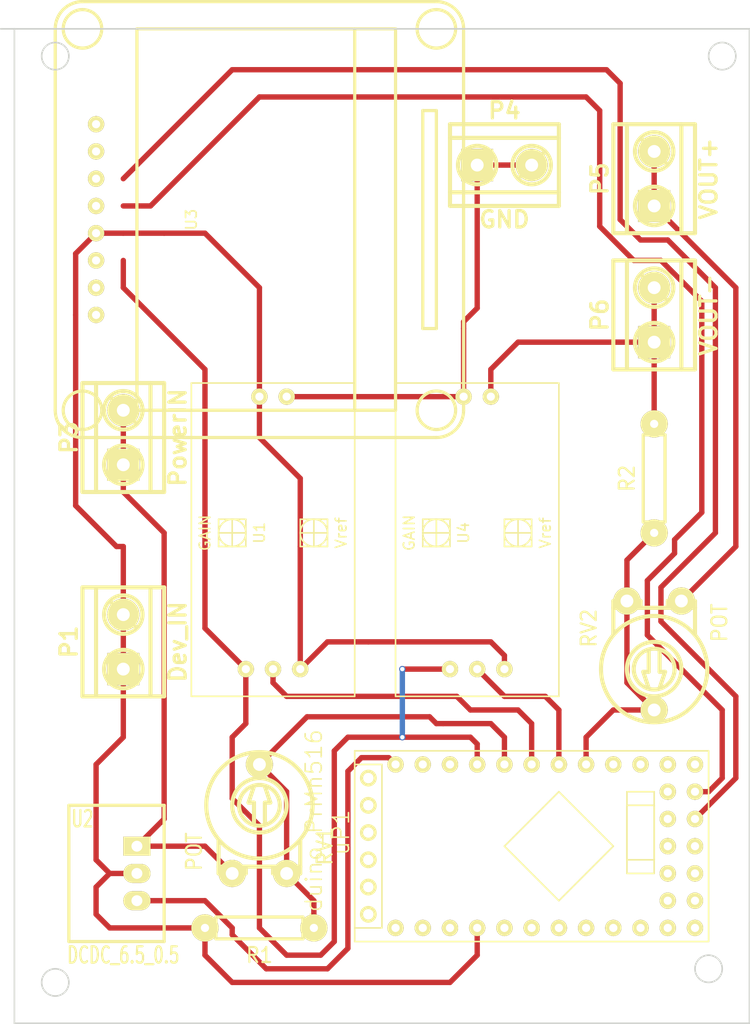
<source format=kicad_pcb>
(kicad_pcb (version 4) (host pcbnew 4.0.2+e4-6225~38~ubuntu14.04.1-stable)

  (general
    (links 32)
    (no_connects 13)
    (area 78.664999 64.694999 148.665001 157.555001)
    (thickness 1.6)
    (drawings 8)
    (tracks 153)
    (zones 0)
    (modules 14)
    (nets 13)
  )

  (page A4)
  (layers
    (0 F.Cu signal)
    (31 B.Cu signal)
    (32 B.Adhes user)
    (33 F.Adhes user)
    (34 B.Paste user)
    (35 F.Paste user)
    (36 B.SilkS user)
    (37 F.SilkS user)
    (38 B.Mask user)
    (39 F.Mask user)
    (40 Dwgs.User user)
    (41 Cmts.User user)
    (42 Eco1.User user)
    (43 Eco2.User user)
    (44 Edge.Cuts user)
    (45 Margin user)
    (46 B.CrtYd user)
    (47 F.CrtYd user)
    (48 B.Fab user)
    (49 F.Fab user)
  )

  (setup
    (last_trace_width 0.25)
    (trace_clearance 0.2)
    (zone_clearance 0.508)
    (zone_45_only no)
    (trace_min 0.2)
    (segment_width 0.2)
    (edge_width 0.15)
    (via_size 0.6)
    (via_drill 0.4)
    (via_min_size 0.4)
    (via_min_drill 0.3)
    (uvia_size 0.3)
    (uvia_drill 0.1)
    (uvias_allowed no)
    (uvia_min_size 0.2)
    (uvia_min_drill 0.1)
    (pcb_text_width 0.3)
    (pcb_text_size 1.5 1.5)
    (mod_edge_width 0.15)
    (mod_text_size 1 1)
    (mod_text_width 0.15)
    (pad_size 1.524 1.524)
    (pad_drill 0.762)
    (pad_to_mask_clearance 0.2)
    (aux_axis_origin 0 0)
    (visible_elements FFFFFF7F)
    (pcbplotparams
      (layerselection 0x00030_80000001)
      (usegerberextensions false)
      (excludeedgelayer true)
      (linewidth 0.100000)
      (plotframeref false)
      (viasonmask false)
      (mode 1)
      (useauxorigin false)
      (hpglpennumber 1)
      (hpglpenspeed 20)
      (hpglpendiameter 15)
      (hpglpenoverlay 2)
      (psnegative false)
      (psa4output false)
      (plotreference true)
      (plotvalue true)
      (plotinvisibletext false)
      (padsonsilk false)
      (subtractmaskfromsilk false)
      (outputformat 1)
      (mirror false)
      (drillshape 1)
      (scaleselection 1)
      (outputdirectory ""))
  )

  (net 0 "")
  (net 1 GND)
  (net 2 "Net-(P5-Pad1)")
  (net 3 "Net-(P6-Pad1)")
  (net 4 "Net-(U1-Pad4)")
  (net 5 "Net-(U2-PadVO)")
  (net 6 "Net-(U3-Pad1)")
  (net 7 "Net-(P4-Pad1)")
  (net 8 "Net-(R1-Pad1)")
  (net 9 "Net-(R2-Pad1)")
  (net 10 "Net-(P1-Pad1)")
  (net 11 "Net-(P3-Pad2)")
  (net 12 /SCL)

  (net_class Default "This is the default net class."
    (clearance 0.2)
    (trace_width 0.25)
    (via_dia 0.6)
    (via_drill 0.4)
    (uvia_dia 0.3)
    (uvia_drill 0.1)
    (add_net /SCL)
    (add_net "Net-(P1-Pad1)")
    (add_net "Net-(P3-Pad2)")
  )

  (net_class new ""
    (clearance 0.2)
    (trace_width 0.5)
    (via_dia 0.6)
    (via_drill 0.4)
    (uvia_dia 0.3)
    (uvia_drill 0.1)
    (add_net GND)
    (add_net "Net-(P4-Pad1)")
    (add_net "Net-(P5-Pad1)")
    (add_net "Net-(P6-Pad1)")
    (add_net "Net-(R1-Pad1)")
    (add_net "Net-(R2-Pad1)")
    (add_net "Net-(U1-Pad4)")
    (add_net "Net-(U2-PadVO)")
    (add_net "Net-(U3-Pad1)")
  )

  (module Arduinos:ACS712_Low_Current (layer F.Cu) (tedit 572CFA71) (tstamp 572CFD71)
    (at 104.14 111.76 270)
    (path /572CF68E)
    (fp_text reference U1 (at 0 1.27 270) (layer F.SilkS)
      (effects (font (size 1 1) (thickness 0.15)))
    )
    (fp_text value ACS712_Low_Current (at 0 -1.27 270) (layer F.Fab)
      (effects (font (size 1 1) (thickness 0.15)))
    )
    (fp_text user Vref (at 0 -6.35 270) (layer F.SilkS)
      (effects (font (size 1 1) (thickness 0.15)))
    )
    (fp_text user GAIN (at 0 6.35 270) (layer F.SilkS)
      (effects (font (size 1 1) (thickness 0.15)))
    )
    (fp_line (start -1.27 3.81) (end 1.27 3.81) (layer F.SilkS) (width 0.15))
    (fp_line (start 0 2.54) (end 0 5.08) (layer F.SilkS) (width 0.15))
    (fp_line (start -1.27 -3.81) (end 1.27 -3.81) (layer F.SilkS) (width 0.15))
    (fp_line (start 0 -5.08) (end 0 -2.54) (layer F.SilkS) (width 0.15))
    (fp_circle (center 0 -3.81) (end 1.27 -3.81) (layer F.SilkS) (width 0.15))
    (fp_circle (center 0 3.81) (end 1.27 3.81) (layer F.SilkS) (width 0.15))
    (fp_line (start -1.27 5.08) (end 1.27 5.08) (layer F.SilkS) (width 0.15))
    (fp_line (start 1.27 5.08) (end 1.27 2.54) (layer F.SilkS) (width 0.15))
    (fp_line (start 1.27 2.54) (end -1.27 2.54) (layer F.SilkS) (width 0.15))
    (fp_line (start -1.27 2.54) (end -1.27 5.08) (layer F.SilkS) (width 0.15))
    (fp_line (start -1.27 -5.08) (end 1.27 -5.08) (layer F.SilkS) (width 0.15))
    (fp_line (start 1.27 -5.08) (end 1.27 -2.54) (layer F.SilkS) (width 0.15))
    (fp_line (start 1.27 -2.54) (end -1.27 -2.54) (layer F.SilkS) (width 0.15))
    (fp_line (start -1.27 -2.54) (end -1.27 -5.08) (layer F.SilkS) (width 0.15))
    (fp_line (start 15.24 7.62) (end -13.97 7.62) (layer F.SilkS) (width 0.15))
    (fp_line (start -13.97 -7.62) (end 15.24 -7.62) (layer F.SilkS) (width 0.15))
    (fp_line (start 15.24 -7.62) (end 15.24 7.62) (layer F.SilkS) (width 0.15))
    (fp_line (start -13.97 -7.62) (end -13.97 7.62) (layer F.SilkS) (width 0.15))
    (pad 1 thru_hole circle (at -12.7 -1.27 270) (size 1.524 1.524) (drill 0.762) (layers *.Cu *.Mask F.SilkS)
      (net 11 "Net-(P3-Pad2)"))
    (pad 2 thru_hole circle (at -12.7 1.27 270) (size 1.524 1.524) (drill 0.762) (layers *.Cu *.Mask F.SilkS)
      (net 10 "Net-(P1-Pad1)"))
    (pad 3 thru_hole circle (at 12.7 2.54 270) (size 1.524 1.524) (drill 0.762) (layers *.Cu *.Mask F.SilkS))
    (pad 4 thru_hole circle (at 12.7 0 270) (size 1.524 1.524) (drill 0.762) (layers *.Cu *.Mask F.SilkS)
      (net 4 "Net-(U1-Pad4)"))
    (pad 5 thru_hole circle (at 12.7 -2.54 270) (size 1.524 1.524) (drill 0.762) (layers *.Cu *.Mask F.SilkS)
      (net 1 GND))
  )

  (module Arduinos:ACS712_Low_Current (layer F.Cu) (tedit 572CFA71) (tstamp 572CFD9D)
    (at 123.19 111.76 270)
    (path /572D00A3)
    (fp_text reference U4 (at 0 1.27 270) (layer F.SilkS)
      (effects (font (size 1 1) (thickness 0.15)))
    )
    (fp_text value ACS712_Low_Current (at 0 -1.27 270) (layer F.Fab)
      (effects (font (size 1 1) (thickness 0.15)))
    )
    (fp_text user Vref (at 0 -6.35 270) (layer F.SilkS)
      (effects (font (size 1 1) (thickness 0.15)))
    )
    (fp_text user GAIN (at 0 6.35 270) (layer F.SilkS)
      (effects (font (size 1 1) (thickness 0.15)))
    )
    (fp_line (start -1.27 3.81) (end 1.27 3.81) (layer F.SilkS) (width 0.15))
    (fp_line (start 0 2.54) (end 0 5.08) (layer F.SilkS) (width 0.15))
    (fp_line (start -1.27 -3.81) (end 1.27 -3.81) (layer F.SilkS) (width 0.15))
    (fp_line (start 0 -5.08) (end 0 -2.54) (layer F.SilkS) (width 0.15))
    (fp_circle (center 0 -3.81) (end 1.27 -3.81) (layer F.SilkS) (width 0.15))
    (fp_circle (center 0 3.81) (end 1.27 3.81) (layer F.SilkS) (width 0.15))
    (fp_line (start -1.27 5.08) (end 1.27 5.08) (layer F.SilkS) (width 0.15))
    (fp_line (start 1.27 5.08) (end 1.27 2.54) (layer F.SilkS) (width 0.15))
    (fp_line (start 1.27 2.54) (end -1.27 2.54) (layer F.SilkS) (width 0.15))
    (fp_line (start -1.27 2.54) (end -1.27 5.08) (layer F.SilkS) (width 0.15))
    (fp_line (start -1.27 -5.08) (end 1.27 -5.08) (layer F.SilkS) (width 0.15))
    (fp_line (start 1.27 -5.08) (end 1.27 -2.54) (layer F.SilkS) (width 0.15))
    (fp_line (start 1.27 -2.54) (end -1.27 -2.54) (layer F.SilkS) (width 0.15))
    (fp_line (start -1.27 -2.54) (end -1.27 -5.08) (layer F.SilkS) (width 0.15))
    (fp_line (start 15.24 7.62) (end -13.97 7.62) (layer F.SilkS) (width 0.15))
    (fp_line (start -13.97 -7.62) (end 15.24 -7.62) (layer F.SilkS) (width 0.15))
    (fp_line (start 15.24 -7.62) (end 15.24 7.62) (layer F.SilkS) (width 0.15))
    (fp_line (start -13.97 -7.62) (end -13.97 7.62) (layer F.SilkS) (width 0.15))
    (pad 1 thru_hole circle (at -12.7 -1.27 270) (size 1.524 1.524) (drill 0.762) (layers *.Cu *.Mask F.SilkS)
      (net 3 "Net-(P6-Pad1)"))
    (pad 2 thru_hole circle (at -12.7 1.27 270) (size 1.524 1.524) (drill 0.762) (layers *.Cu *.Mask F.SilkS))
    (pad 3 thru_hole circle (at 12.7 2.54 270) (size 1.524 1.524) (drill 0.762) (layers *.Cu *.Mask F.SilkS)
      (net 6 "Net-(U3-Pad1)"))
    (pad 4 thru_hole circle (at 12.7 0 270) (size 1.524 1.524) (drill 0.762) (layers *.Cu *.Mask F.SilkS)
      (net 12 /SCL))
    (pad 5 thru_hole circle (at 12.7 -2.54 270) (size 1.524 1.524) (drill 0.762) (layers *.Cu *.Mask F.SilkS)
      (net 1 GND))
  )

  (module sje:R0.25W (layer F.Cu) (tedit 572D0456) (tstamp 572CFD42)
    (at 102.87 148.59 180)
    (descr "Resitance 4 pas")
    (tags R)
    (path /57168B64)
    (autoplace_cost180 10)
    (fp_text reference R1 (at 0 -2.54 360) (layer F.SilkS)
      (effects (font (size 1.397 1.27) (thickness 0.2032)))
    )
    (fp_text value R (at 0 2.54 180) (layer F.SilkS) hide
      (effects (font (size 1.397 1.27) (thickness 0.2032)))
    )
    (fp_line (start -5.08 0) (end -4.064 0) (layer F.SilkS) (width 0.3048))
    (fp_line (start -4.064 0) (end -4.064 -1.016) (layer F.SilkS) (width 0.3048))
    (fp_line (start -4.064 -1.016) (end 4.064 -1.016) (layer F.SilkS) (width 0.3048))
    (fp_line (start 4.064 -1.016) (end 4.064 1.016) (layer F.SilkS) (width 0.3048))
    (fp_line (start 4.064 1.016) (end -4.064 1.016) (layer F.SilkS) (width 0.3048))
    (fp_line (start -4.064 1.016) (end -4.064 0) (layer F.SilkS) (width 0.3048))
    (fp_line (start 5.08 0) (end 4.064 0) (layer F.SilkS) (width 0.3048))
    (pad 1 thru_hole circle (at -5.08 0 180) (size 2.54 2.54) (drill 0.762) (layers *.Cu *.Mask F.SilkS)
      (net 8 "Net-(R1-Pad1)"))
    (pad 2 thru_hole circle (at 5.08 0 180) (size 2.54 2.54) (drill 0.762) (layers *.Cu *.Mask F.SilkS)
      (net 1 GND))
    (model discret/resistor.wrl
      (at (xyz 0 0 0))
      (scale (xyz 0.4 0.4 0.4))
      (rotate (xyz 0 0 0))
    )
  )

  (module sje:R0.25W (layer F.Cu) (tedit 521C8994) (tstamp 572CFD48)
    (at 139.7 106.68 90)
    (descr "Resitance 4 pas")
    (tags R)
    (path /5716847B)
    (autoplace_cost180 10)
    (fp_text reference R2 (at 0 -2.54 90) (layer F.SilkS)
      (effects (font (size 1.397 1.27) (thickness 0.2032)))
    )
    (fp_text value R (at 0 2.54 90) (layer F.SilkS) hide
      (effects (font (size 1.397 1.27) (thickness 0.2032)))
    )
    (fp_line (start -5.08 0) (end -4.064 0) (layer F.SilkS) (width 0.3048))
    (fp_line (start -4.064 0) (end -4.064 -1.016) (layer F.SilkS) (width 0.3048))
    (fp_line (start -4.064 -1.016) (end 4.064 -1.016) (layer F.SilkS) (width 0.3048))
    (fp_line (start 4.064 -1.016) (end 4.064 1.016) (layer F.SilkS) (width 0.3048))
    (fp_line (start 4.064 1.016) (end -4.064 1.016) (layer F.SilkS) (width 0.3048))
    (fp_line (start -4.064 1.016) (end -4.064 0) (layer F.SilkS) (width 0.3048))
    (fp_line (start 5.08 0) (end 4.064 0) (layer F.SilkS) (width 0.3048))
    (pad 1 thru_hole circle (at -5.08 0 90) (size 2.54 2.54) (drill 0.762) (layers *.Cu *.Mask F.SilkS)
      (net 9 "Net-(R2-Pad1)"))
    (pad 2 thru_hole circle (at 5.08 0 90) (size 2.54 2.54) (drill 0.762) (layers *.Cu *.Mask F.SilkS)
      (net 3 "Net-(P6-Pad1)"))
    (model discret/resistor.wrl
      (at (xyz 0 0 0))
      (scale (xyz 0.4 0.4 0.4))
      (rotate (xyz 0 0 0))
    )
  )

  (module sje:RGLT2 (layer F.Cu) (tedit 492BBA62) (tstamp 572CFF34)
    (at 90.17 121.92 90)
    (descr "Bornier d'alimentation 2 pins")
    (tags DEV)
    (path /5734787E)
    (fp_text reference P1 (at 0 -5.08 90) (layer F.SilkS)
      (effects (font (thickness 0.3048)))
    )
    (fp_text value Dev_IN (at 0 5.08 90) (layer F.SilkS)
      (effects (font (thickness 0.3048)))
    )
    (fp_line (start 5.08 2.54) (end -5.08 2.54) (layer F.SilkS) (width 0.381))
    (fp_line (start -5.08 -2.54) (end 5.08 -2.54) (layer F.SilkS) (width 0.381))
    (fp_line (start -5.08 -3.81) (end -5.08 3.81) (layer F.SilkS) (width 0.381))
    (fp_line (start -5.08 3.81) (end 5.08 3.81) (layer F.SilkS) (width 0.381))
    (fp_line (start 5.08 3.81) (end 5.08 -3.81) (layer F.SilkS) (width 0.381))
    (fp_line (start 5.08 -3.81) (end -5.08 -3.81) (layer F.SilkS) (width 0.381))
    (fp_line (start -3.81 1.27) (end -1.27 -1.27) (layer F.SilkS) (width 0.381))
    (fp_line (start 1.27 1.27) (end 3.81 -1.27) (layer F.SilkS) (width 0.381))
    (fp_circle (center 2.54 0) (end 3.81 -1.27) (layer F.SilkS) (width 0.381))
    (fp_circle (center -2.54 0) (end -1.27 -1.27) (layer F.SilkS) (width 0.381))
    (pad 1 thru_hole rect (at -2.54 0 90) (size 2.99974 2.99974) (drill 1.19888) (layers *.Cu *.Mask F.SilkS)
      (net 10 "Net-(P1-Pad1)"))
    (pad 2 thru_hole circle (at 2.54 0 90) (size 2.99974 2.99974) (drill 1.19888) (layers *.Cu *.Mask F.SilkS)
      (net 1 GND))
    (model sje/RGLT2.wrl
      (at (xyz 0 0 0))
      (scale (xyz 10 10 10))
      (rotate (xyz 0 0 180))
    )
  )

  (module sje:RGLT2 (layer F.Cu) (tedit 492BBA62) (tstamp 572CFF40)
    (at 90.17 102.87 90)
    (descr "Bornier d'alimentation 2 pins")
    (tags DEV)
    (path /57168B73)
    (fp_text reference P3 (at 0 -5.08 90) (layer F.SilkS)
      (effects (font (thickness 0.3048)))
    )
    (fp_text value PowerIN (at 0 5.08 90) (layer F.SilkS)
      (effects (font (thickness 0.3048)))
    )
    (fp_line (start 5.08 2.54) (end -5.08 2.54) (layer F.SilkS) (width 0.381))
    (fp_line (start -5.08 -2.54) (end 5.08 -2.54) (layer F.SilkS) (width 0.381))
    (fp_line (start -5.08 -3.81) (end -5.08 3.81) (layer F.SilkS) (width 0.381))
    (fp_line (start -5.08 3.81) (end 5.08 3.81) (layer F.SilkS) (width 0.381))
    (fp_line (start 5.08 3.81) (end 5.08 -3.81) (layer F.SilkS) (width 0.381))
    (fp_line (start 5.08 -3.81) (end -5.08 -3.81) (layer F.SilkS) (width 0.381))
    (fp_line (start -3.81 1.27) (end -1.27 -1.27) (layer F.SilkS) (width 0.381))
    (fp_line (start 1.27 1.27) (end 3.81 -1.27) (layer F.SilkS) (width 0.381))
    (fp_circle (center 2.54 0) (end 3.81 -1.27) (layer F.SilkS) (width 0.381))
    (fp_circle (center -2.54 0) (end -1.27 -1.27) (layer F.SilkS) (width 0.381))
    (pad 1 thru_hole rect (at -2.54 0 90) (size 2.99974 2.99974) (drill 1.19888) (layers *.Cu *.Mask F.SilkS)
      (net 1 GND))
    (pad 2 thru_hole circle (at 2.54 0 90) (size 2.99974 2.99974) (drill 1.19888) (layers *.Cu *.Mask F.SilkS)
      (net 11 "Net-(P3-Pad2)"))
    (model sje/RGLT2.wrl
      (at (xyz 0 0 0))
      (scale (xyz 10 10 10))
      (rotate (xyz 0 0 180))
    )
  )

  (module sje:RGLT2 (layer F.Cu) (tedit 492BBA62) (tstamp 572CFF46)
    (at 125.73 77.47)
    (descr "Bornier d'alimentation 2 pins")
    (tags DEV)
    (path /572D0111)
    (fp_text reference P4 (at 0 -5.08) (layer F.SilkS)
      (effects (font (thickness 0.3048)))
    )
    (fp_text value GND (at 0 5.08) (layer F.SilkS)
      (effects (font (thickness 0.3048)))
    )
    (fp_line (start 5.08 2.54) (end -5.08 2.54) (layer F.SilkS) (width 0.381))
    (fp_line (start -5.08 -2.54) (end 5.08 -2.54) (layer F.SilkS) (width 0.381))
    (fp_line (start -5.08 -3.81) (end -5.08 3.81) (layer F.SilkS) (width 0.381))
    (fp_line (start -5.08 3.81) (end 5.08 3.81) (layer F.SilkS) (width 0.381))
    (fp_line (start 5.08 3.81) (end 5.08 -3.81) (layer F.SilkS) (width 0.381))
    (fp_line (start 5.08 -3.81) (end -5.08 -3.81) (layer F.SilkS) (width 0.381))
    (fp_line (start -3.81 1.27) (end -1.27 -1.27) (layer F.SilkS) (width 0.381))
    (fp_line (start 1.27 1.27) (end 3.81 -1.27) (layer F.SilkS) (width 0.381))
    (fp_circle (center 2.54 0) (end 3.81 -1.27) (layer F.SilkS) (width 0.381))
    (fp_circle (center -2.54 0) (end -1.27 -1.27) (layer F.SilkS) (width 0.381))
    (pad 1 thru_hole rect (at -2.54 0) (size 2.99974 2.99974) (drill 1.19888) (layers *.Cu *.Mask F.SilkS)
      (net 7 "Net-(P4-Pad1)"))
    (pad 2 thru_hole circle (at 2.54 0) (size 2.99974 2.99974) (drill 1.19888) (layers *.Cu *.Mask F.SilkS)
      (net 7 "Net-(P4-Pad1)"))
    (model sje/RGLT2.wrl
      (at (xyz 0 0 0))
      (scale (xyz 10 10 10))
      (rotate (xyz 0 0 180))
    )
  )

  (module sje:RGLT2 (layer F.Cu) (tedit 492BBA62) (tstamp 572CFF4C)
    (at 139.7 78.74 90)
    (descr "Bornier d'alimentation 2 pins")
    (tags DEV)
    (path /57168675)
    (fp_text reference P5 (at 0 -5.08 90) (layer F.SilkS)
      (effects (font (thickness 0.3048)))
    )
    (fp_text value VOUT+ (at 0 5.08 90) (layer F.SilkS)
      (effects (font (thickness 0.3048)))
    )
    (fp_line (start 5.08 2.54) (end -5.08 2.54) (layer F.SilkS) (width 0.381))
    (fp_line (start -5.08 -2.54) (end 5.08 -2.54) (layer F.SilkS) (width 0.381))
    (fp_line (start -5.08 -3.81) (end -5.08 3.81) (layer F.SilkS) (width 0.381))
    (fp_line (start -5.08 3.81) (end 5.08 3.81) (layer F.SilkS) (width 0.381))
    (fp_line (start 5.08 3.81) (end 5.08 -3.81) (layer F.SilkS) (width 0.381))
    (fp_line (start 5.08 -3.81) (end -5.08 -3.81) (layer F.SilkS) (width 0.381))
    (fp_line (start -3.81 1.27) (end -1.27 -1.27) (layer F.SilkS) (width 0.381))
    (fp_line (start 1.27 1.27) (end 3.81 -1.27) (layer F.SilkS) (width 0.381))
    (fp_circle (center 2.54 0) (end 3.81 -1.27) (layer F.SilkS) (width 0.381))
    (fp_circle (center -2.54 0) (end -1.27 -1.27) (layer F.SilkS) (width 0.381))
    (pad 1 thru_hole rect (at -2.54 0 90) (size 2.99974 2.99974) (drill 1.19888) (layers *.Cu *.Mask F.SilkS)
      (net 2 "Net-(P5-Pad1)"))
    (pad 2 thru_hole circle (at 2.54 0 90) (size 2.99974 2.99974) (drill 1.19888) (layers *.Cu *.Mask F.SilkS)
      (net 2 "Net-(P5-Pad1)"))
    (model sje/RGLT2.wrl
      (at (xyz 0 0 0))
      (scale (xyz 10 10 10))
      (rotate (xyz 0 0 180))
    )
  )

  (module sje:RGLT2 (layer F.Cu) (tedit 492BBA62) (tstamp 572CFF52)
    (at 139.7 91.44 90)
    (descr "Bornier d'alimentation 2 pins")
    (tags DEV)
    (path /571686E5)
    (fp_text reference P6 (at 0 -5.08 90) (layer F.SilkS)
      (effects (font (thickness 0.3048)))
    )
    (fp_text value VOUT- (at 0 5.08 90) (layer F.SilkS)
      (effects (font (thickness 0.3048)))
    )
    (fp_line (start 5.08 2.54) (end -5.08 2.54) (layer F.SilkS) (width 0.381))
    (fp_line (start -5.08 -2.54) (end 5.08 -2.54) (layer F.SilkS) (width 0.381))
    (fp_line (start -5.08 -3.81) (end -5.08 3.81) (layer F.SilkS) (width 0.381))
    (fp_line (start -5.08 3.81) (end 5.08 3.81) (layer F.SilkS) (width 0.381))
    (fp_line (start 5.08 3.81) (end 5.08 -3.81) (layer F.SilkS) (width 0.381))
    (fp_line (start 5.08 -3.81) (end -5.08 -3.81) (layer F.SilkS) (width 0.381))
    (fp_line (start -3.81 1.27) (end -1.27 -1.27) (layer F.SilkS) (width 0.381))
    (fp_line (start 1.27 1.27) (end 3.81 -1.27) (layer F.SilkS) (width 0.381))
    (fp_circle (center 2.54 0) (end 3.81 -1.27) (layer F.SilkS) (width 0.381))
    (fp_circle (center -2.54 0) (end -1.27 -1.27) (layer F.SilkS) (width 0.381))
    (pad 1 thru_hole rect (at -2.54 0 90) (size 2.99974 2.99974) (drill 1.19888) (layers *.Cu *.Mask F.SilkS)
      (net 3 "Net-(P6-Pad1)"))
    (pad 2 thru_hole circle (at 2.54 0 90) (size 2.99974 2.99974) (drill 1.19888) (layers *.Cu *.Mask F.SilkS)
      (net 3 "Net-(P6-Pad1)"))
    (model sje/RGLT2.wrl
      (at (xyz 0 0 0))
      (scale (xyz 10 10 10))
      (rotate (xyz 0 0 180))
    )
  )

  (module Seutec:DCDC_78xx (layer F.Cu) (tedit 572D8F75) (tstamp 572DEA37)
    (at 91.44 143.51)
    (tags DCDC_78xx)
    (path /572CEA05)
    (fp_text reference U2 (at -5.08 -5.08) (layer F.SilkS)
      (effects (font (size 1.524 1.016) (thickness 0.2032)))
    )
    (fp_text value DCDC_6.5_0.5 (at -1.27 7.62) (layer F.SilkS)
      (effects (font (size 1.524 1.016) (thickness 0.2032)))
    )
    (fp_line (start 2.54 -6.35) (end -6.35 -6.35) (layer F.SilkS) (width 0.3))
    (fp_line (start 2.54 6.35) (end -6.35 6.35) (layer F.SilkS) (width 0.3))
    (fp_line (start -6.35 6.35) (end -6.35 -6.35) (layer F.SilkS) (width 0.3))
    (fp_line (start 2.54 6.35) (end 2.54 -6.35) (layer F.SilkS) (width 0.3))
    (pad VI thru_hole rect (at 0 -2.54) (size 2.54 1.778) (drill 1.016) (layers *.Cu *.Mask F.SilkS)
      (net 11 "Net-(P3-Pad2)"))
    (pad GND thru_hole oval (at 0 0) (size 2.54 1.778) (drill 1.016) (layers *.Cu *.Mask F.SilkS)
      (net 1 GND))
    (pad VO thru_hole oval (at 0 2.54) (size 2.54 1.778) (drill 1.016) (layers *.Cu *.Mask F.SilkS)
      (net 5 "Net-(U2-PadVO)"))
    (model discret/to220_vert.wrl
      (at (xyz 0 0 0))
      (scale (xyz 1 1 1))
      (rotate (xyz 0 0 0))
    )
  )

  (module Seutec:POT (layer F.Cu) (tedit 5215269B) (tstamp 572E12EA)
    (at 102.87 138.43 90)
    (descr "Resistance variable / Potentiometre")
    (tags R)
    (path /572E1117)
    (fp_text reference RV1 (at -2.54 6.096 90) (layer F.SilkS)
      (effects (font (size 1.397 1.27) (thickness 0.2032)))
    )
    (fp_text value POT (at -3.048 -6.096 90) (layer F.SilkS)
      (effects (font (size 1.397 1.27) (thickness 0.2032)))
    )
    (fp_line (start -0.508 0.508) (end 1.524 0.508) (layer F.SilkS) (width 0.381))
    (fp_line (start 1.524 0.508) (end 1.524 1.016) (layer F.SilkS) (width 0.381))
    (fp_line (start 1.524 1.016) (end 3.048 0.508) (layer F.SilkS) (width 0.381))
    (fp_line (start 1.524 -0.508) (end -0.508 -0.508) (layer F.SilkS) (width 0.381))
    (fp_line (start 1.524 -0.508) (end 1.524 -1.016) (layer F.SilkS) (width 0.381))
    (fp_line (start 1.524 -1.016) (end 3.048 -0.508) (layer F.SilkS) (width 0.381))
    (fp_circle (center 1.27 0) (end 3.175 0) (layer F.SilkS) (width 0.381))
    (fp_circle (center 1.27 0) (end 3.81 0) (layer F.SilkS) (width 0.381))
    (fp_circle (center 1.27 0) (end -1.905 -3.81) (layer F.SilkS) (width 0.381))
    (fp_line (start -4.445 3.81) (end -1.905 3.81) (layer F.SilkS) (width 0.381))
    (fp_line (start -4.445 -3.81) (end -1.905 -3.81) (layer F.SilkS) (width 0.381))
    (fp_line (start -4.445 3.81) (end -5.08 3.81) (layer F.SilkS) (width 0.381))
    (fp_line (start -5.08 3.81) (end -5.08 1.27) (layer F.SilkS) (width 0.381))
    (fp_line (start -5.08 1.27) (end -4.445 1.27) (layer F.SilkS) (width 0.381))
    (fp_line (start -4.445 -1.27) (end -5.08 -1.27) (layer F.SilkS) (width 0.381))
    (fp_line (start -5.08 -1.27) (end -5.08 -3.81) (layer F.SilkS) (width 0.381))
    (fp_line (start -5.08 -3.81) (end -4.445 -3.81) (layer F.SilkS) (width 0.381))
    (fp_line (start -4.445 3.81) (end -4.445 -3.81) (layer F.SilkS) (width 0.381))
    (pad 1 thru_hole circle (at -5.08 -2.54 90) (size 2.54 2.54) (drill 1.19126) (layers *.Cu *.Mask F.SilkS)
      (net 11 "Net-(P3-Pad2)"))
    (pad 2 thru_hole circle (at 5.08 0 90) (size 2.54 2.54) (drill 1.1938) (layers *.Cu *.Mask F.SilkS)
      (net 8 "Net-(R1-Pad1)"))
    (pad 3 thru_hole circle (at -5.08 2.54 90) (size 2.54 2.54) (drill 1.19126) (layers *.Cu *.Mask F.SilkS)
      (net 8 "Net-(R1-Pad1)"))
  )

  (module Seutec:POT (layer F.Cu) (tedit 5215269B) (tstamp 572E12F1)
    (at 139.7 123.19 270)
    (descr "Resistance variable / Potentiometre")
    (tags R)
    (path /572E16ED)
    (fp_text reference RV2 (at -2.54 6.096 270) (layer F.SilkS)
      (effects (font (size 1.397 1.27) (thickness 0.2032)))
    )
    (fp_text value POT (at -3.048 -6.096 270) (layer F.SilkS)
      (effects (font (size 1.397 1.27) (thickness 0.2032)))
    )
    (fp_line (start -0.508 0.508) (end 1.524 0.508) (layer F.SilkS) (width 0.381))
    (fp_line (start 1.524 0.508) (end 1.524 1.016) (layer F.SilkS) (width 0.381))
    (fp_line (start 1.524 1.016) (end 3.048 0.508) (layer F.SilkS) (width 0.381))
    (fp_line (start 1.524 -0.508) (end -0.508 -0.508) (layer F.SilkS) (width 0.381))
    (fp_line (start 1.524 -0.508) (end 1.524 -1.016) (layer F.SilkS) (width 0.381))
    (fp_line (start 1.524 -1.016) (end 3.048 -0.508) (layer F.SilkS) (width 0.381))
    (fp_circle (center 1.27 0) (end 3.175 0) (layer F.SilkS) (width 0.381))
    (fp_circle (center 1.27 0) (end 3.81 0) (layer F.SilkS) (width 0.381))
    (fp_circle (center 1.27 0) (end -1.905 -3.81) (layer F.SilkS) (width 0.381))
    (fp_line (start -4.445 3.81) (end -1.905 3.81) (layer F.SilkS) (width 0.381))
    (fp_line (start -4.445 -3.81) (end -1.905 -3.81) (layer F.SilkS) (width 0.381))
    (fp_line (start -4.445 3.81) (end -5.08 3.81) (layer F.SilkS) (width 0.381))
    (fp_line (start -5.08 3.81) (end -5.08 1.27) (layer F.SilkS) (width 0.381))
    (fp_line (start -5.08 1.27) (end -4.445 1.27) (layer F.SilkS) (width 0.381))
    (fp_line (start -4.445 -1.27) (end -5.08 -1.27) (layer F.SilkS) (width 0.381))
    (fp_line (start -5.08 -1.27) (end -5.08 -3.81) (layer F.SilkS) (width 0.381))
    (fp_line (start -5.08 -3.81) (end -4.445 -3.81) (layer F.SilkS) (width 0.381))
    (fp_line (start -4.445 3.81) (end -4.445 -3.81) (layer F.SilkS) (width 0.381))
    (pad 1 thru_hole circle (at -5.08 -2.54 270) (size 2.54 2.54) (drill 1.19126) (layers *.Cu *.Mask F.SilkS)
      (net 2 "Net-(P5-Pad1)"))
    (pad 2 thru_hole circle (at 5.08 0 270) (size 2.54 2.54) (drill 1.1938) (layers *.Cu *.Mask F.SilkS)
      (net 9 "Net-(R2-Pad1)"))
    (pad 3 thru_hole circle (at -5.08 2.54 270) (size 2.54 2.54) (drill 1.19126) (layers *.Cu *.Mask F.SilkS)
      (net 9 "Net-(R2-Pad1)"))
  )

  (module Seutec_Arduinos:OLED_WaveShare_130 (layer F.Cu) (tedit 572ED850) (tstamp 57348D08)
    (at 102.87 82.55)
    (path /572EE9D1)
    (fp_text reference U3 (at -6.35 0 90) (layer F.SilkS)
      (effects (font (size 1 1) (thickness 0.15)))
    )
    (fp_text value OLED_WaveShare (at -8.89 0 90) (layer F.Fab)
      (effects (font (size 1 1) (thickness 0.15)))
    )
    (fp_line (start 16.51 -10.16) (end 15.24 -10.16) (layer F.SilkS) (width 0.3))
    (fp_line (start 15.24 -10.16) (end 15.24 10.16) (layer F.SilkS) (width 0.3))
    (fp_line (start 15.24 10.16) (end 16.51 10.16) (layer F.SilkS) (width 0.3))
    (fp_line (start 16.51 10.16) (end 16.51 -10.16) (layer F.SilkS) (width 0.3))
    (fp_line (start 8.89 -17.78) (end 8.89 17.78) (layer F.SilkS) (width 0.3))
    (fp_line (start -11.43 -17.78) (end -11.43 17.78) (layer F.SilkS) (width 0.3))
    (fp_line (start -11.43 17.78) (end 12.7 17.78) (layer F.SilkS) (width 0.3))
    (fp_line (start 12.7 17.78) (end 12.7 -17.78) (layer F.SilkS) (width 0.3))
    (fp_line (start 12.7 -17.78) (end -11.43 -17.78) (layer F.SilkS) (width 0.3))
    (fp_circle (center -16.51 17.78) (end -17.78 19.05) (layer F.SilkS) (width 0.3))
    (fp_circle (center -16.51 -17.78) (end -15.24 -19.05) (layer F.SilkS) (width 0.3))
    (fp_circle (center 16.51 -17.78) (end 17.78 -19.05) (layer F.SilkS) (width 0.3))
    (fp_circle (center 16.51 17.78) (end 17.78 19.05) (layer F.SilkS) (width 0.3))
    (fp_line (start 16.51 20.32) (end -16.51 20.32) (layer F.SilkS) (width 0.3))
    (fp_arc (start 16.51 17.78) (end 19.05 17.78) (angle 90) (layer F.SilkS) (width 0.3))
    (fp_arc (start -16.51 17.78) (end -16.51 20.32) (angle 90) (layer F.SilkS) (width 0.3))
    (fp_line (start -19.05 -17.78) (end -19.05 17.78) (layer F.SilkS) (width 0.3))
    (fp_line (start 19.05 -17.78) (end 19.05 17.78) (layer F.SilkS) (width 0.3))
    (fp_arc (start 16.51 -17.78) (end 16.51 -20.32) (angle 90) (layer F.SilkS) (width 0.3))
    (fp_line (start -16.51 -20.32) (end 16.51 -20.32) (layer F.SilkS) (width 0.3))
    (fp_arc (start -16.51 -17.78) (end -19.05 -17.78) (angle 90) (layer F.SilkS) (width 0.3))
    (pad 1 thru_hole circle (at -15.24 -8.89) (size 1.524 1.524) (drill 0.762) (layers *.Cu *.Mask F.SilkS)
      (net 6 "Net-(U3-Pad1)"))
    (pad 2 thru_hole circle (at -15.24 -6.35) (size 1.524 1.524) (drill 0.762) (layers *.Cu *.Mask F.SilkS)
      (net 1 GND))
    (pad 3 thru_hole circle (at -15.24 -3.81) (size 1.524 1.524) (drill 0.762) (layers *.Cu *.Mask F.SilkS))
    (pad 4 thru_hole circle (at -15.24 -1.27) (size 1.524 1.524) (drill 0.762) (layers *.Cu *.Mask F.SilkS)
      (net 12 /SCL))
    (pad 5 thru_hole circle (at -15.24 1.27) (size 1.524 1.524) (drill 0.762) (layers *.Cu *.Mask F.SilkS)
      (net 12 /SCL))
    (pad 6 thru_hole circle (at -15.24 3.81) (size 1.524 1.524) (drill 0.762) (layers *.Cu *.Mask F.SilkS)
      (net 1 GND))
    (pad 7 thru_hole circle (at -15.24 6.35) (size 1.524 1.524) (drill 0.762) (layers *.Cu *.Mask F.SilkS))
    (pad 8 thru_hole circle (at -15.24 8.89) (size 1.524 1.524) (drill 0.762) (layers *.Cu *.Mask F.SilkS))
  )

  (module Seutec_Arduinos:ArduProMini_5V_16MHz (layer F.Cu) (tedit 57347264) (tstamp 57348D28)
    (at 128.27 140.97 90)
    (path /57346745)
    (fp_text reference uP1 (at 1.27 -17.78 90) (layer F.SilkS)
      (effects (font (size 1.5 1.5) (thickness 0.15)))
    )
    (fp_text value Arduino_PrMn516 (at 1.27 -20.32 90) (layer F.SilkS)
      (effects (font (size 1.5 1.5) (thickness 0.15)))
    )
    (fp_circle (center -6.35 -15.24) (end -5.715 -15.24) (layer F.SilkS) (width 0.3))
    (fp_circle (center -3.81 -15.24) (end -3.175 -15.24) (layer F.SilkS) (width 0.3))
    (fp_circle (center -1.27 -15.24) (end -0.635 -15.24) (layer F.SilkS) (width 0.3))
    (fp_circle (center 1.27 -15.24) (end 1.905 -15.24) (layer F.SilkS) (width 0.3))
    (fp_circle (center 3.81 -15.24) (end 4.445 -15.24) (layer F.SilkS) (width 0.3))
    (fp_circle (center 6.35 -15.24) (end 6.985 -15.24) (layer F.SilkS) (width 0.3))
    (fp_line (start 7.62 -16.51) (end 7.62 -13.97) (layer F.SilkS) (width 0.15))
    (fp_line (start 7.62 -13.97) (end -7.62 -13.97) (layer F.SilkS) (width 0.15))
    (fp_line (start -7.62 -13.97) (end -7.62 -16.51) (layer F.SilkS) (width 0.15))
    (fp_line (start -2.54 8.89) (end -2.54 11.43) (layer F.SilkS) (width 0.15))
    (fp_line (start -2.54 11.43) (end 3.81 11.43) (layer F.SilkS) (width 0.15))
    (fp_line (start 3.81 11.43) (end 3.81 8.89) (layer F.SilkS) (width 0.15))
    (fp_line (start 3.81 8.89) (end -2.54 8.89) (layer F.SilkS) (width 0.15))
    (fp_line (start 0 7.62) (end -5.08 2.54) (layer F.SilkS) (width 0.15))
    (fp_line (start -5.08 2.54) (end 0 -2.54) (layer F.SilkS) (width 0.15))
    (fp_line (start 0 -2.54) (end 5.08 2.54) (layer F.SilkS) (width 0.15))
    (fp_line (start 5.08 2.54) (end 0 7.62) (layer F.SilkS) (width 0.15))
    (fp_line (start -1.27 8.89) (end -1.27 11.43) (layer F.SilkS) (width 0.15))
    (fp_line (start -1.27 11.43) (end 5.08 11.43) (layer F.SilkS) (width 0.15))
    (fp_line (start 5.08 11.43) (end 5.08 8.89) (layer F.SilkS) (width 0.15))
    (fp_line (start 5.08 8.89) (end -1.27 8.89) (layer F.SilkS) (width 0.15))
    (fp_line (start -8.89 -16.51) (end 8.89 -16.51) (layer F.SilkS) (width 0.15))
    (fp_line (start 8.89 -16.51) (end 8.89 16.51) (layer F.SilkS) (width 0.15))
    (fp_line (start 8.89 16.51) (end -8.89 16.51) (layer F.SilkS) (width 0.15))
    (fp_line (start -8.89 16.51) (end -8.89 -16.51) (layer F.SilkS) (width 0.15))
    (pad 1 thru_hole circle (at -7.62 -12.7 90) (size 1.524 1.524) (drill 0.762) (layers *.Cu *.Mask F.SilkS))
    (pad 2 thru_hole circle (at -7.62 -10.16 90) (size 1.524 1.524) (drill 0.762) (layers *.Cu *.Mask F.SilkS))
    (pad 3 thru_hole circle (at -7.62 -7.62 90) (size 1.524 1.524) (drill 0.762) (layers *.Cu *.Mask F.SilkS))
    (pad 4 thru_hole circle (at -7.62 -5.08 90) (size 1.524 1.524) (drill 0.762) (layers *.Cu *.Mask F.SilkS)
      (net 1 GND))
    (pad 5 thru_hole circle (at -7.62 -2.54 90) (size 1.524 1.524) (drill 0.762) (layers *.Cu *.Mask F.SilkS))
    (pad 6 thru_hole circle (at -7.62 0 90) (size 1.524 1.524) (drill 0.762) (layers *.Cu *.Mask F.SilkS))
    (pad 7 thru_hole circle (at -7.62 2.54 90) (size 1.524 1.524) (drill 0.762) (layers *.Cu *.Mask F.SilkS))
    (pad 8 thru_hole circle (at -7.62 5.08 90) (size 1.524 1.524) (drill 0.762) (layers *.Cu *.Mask F.SilkS))
    (pad 9 thru_hole circle (at -7.62 7.62 90) (size 1.524 1.524) (drill 0.762) (layers *.Cu *.Mask F.SilkS))
    (pad 10 thru_hole circle (at -7.62 10.16 90) (size 1.524 1.524) (drill 0.762) (layers *.Cu *.Mask F.SilkS))
    (pad 11 thru_hole circle (at -7.62 12.7 90) (size 1.524 1.524) (drill 0.762) (layers *.Cu *.Mask F.SilkS))
    (pad 12 thru_hole circle (at -7.62 15.24 90) (size 1.524 1.524) (drill 0.762) (layers *.Cu *.Mask F.SilkS))
    (pad 34 thru_hole circle (at 7.62 -12.7 90) (size 1.524 1.524) (drill 0.762) (layers *.Cu *.Mask F.SilkS)
      (net 5 "Net-(U2-PadVO)"))
    (pad 33 thru_hole circle (at 7.62 -10.16 90) (size 1.524 1.524) (drill 0.762) (layers *.Cu *.Mask F.SilkS))
    (pad 32 thru_hole circle (at 7.62 -7.62 90) (size 1.524 1.524) (drill 0.762) (layers *.Cu *.Mask F.SilkS))
    (pad 31 thru_hole circle (at 7.62 -5.08 90) (size 1.524 1.524) (drill 0.762) (layers *.Cu *.Mask F.SilkS))
    (pad 30 thru_hole circle (at 7.62 -2.54 90) (size 1.524 1.524) (drill 0.762) (layers *.Cu *.Mask F.SilkS)
      (net 8 "Net-(R1-Pad1)"))
    (pad 29 thru_hole circle (at 7.62 0 90) (size 1.524 1.524) (drill 0.762) (layers *.Cu *.Mask F.SilkS)
      (net 4 "Net-(U1-Pad4)"))
    (pad 28 thru_hole circle (at 7.62 2.54 90) (size 1.524 1.524) (drill 0.762) (layers *.Cu *.Mask F.SilkS)
      (net 12 /SCL))
    (pad 27 thru_hole circle (at 7.62 5.08 90) (size 1.524 1.524) (drill 0.762) (layers *.Cu *.Mask F.SilkS)
      (net 9 "Net-(R2-Pad1)"))
    (pad 26 thru_hole circle (at 7.62 7.62 90) (size 1.524 1.524) (drill 0.762) (layers *.Cu *.Mask F.SilkS))
    (pad 25 thru_hole circle (at 7.62 10.16 90) (size 1.524 1.524) (drill 0.762) (layers *.Cu *.Mask F.SilkS))
    (pad 24 thru_hole circle (at 7.62 12.7 90) (size 1.524 1.524) (drill 0.762) (layers *.Cu *.Mask F.SilkS))
    (pad 23 thru_hole circle (at 7.62 15.24 90) (size 1.524 1.524) (drill 0.762) (layers *.Cu *.Mask F.SilkS))
    (pad 22 thru_hole circle (at 5.08 15.24 90) (size 1.524 1.524) (drill 0.762) (layers *.Cu *.Mask F.SilkS)
      (net 12 /SCL))
    (pad 21 thru_hole circle (at 2.54 15.24 90) (size 1.524 1.524) (drill 0.762) (layers *.Cu *.Mask F.SilkS)
      (net 12 /SCL))
    (pad 20 thru_hole circle (at 0 15.24 90) (size 1.524 1.524) (drill 0.762) (layers *.Cu *.Mask F.SilkS))
    (pad 19 thru_hole circle (at -2.54 15.24 90) (size 1.524 1.524) (drill 0.762) (layers *.Cu *.Mask F.SilkS))
    (pad 18 thru_hole circle (at -5.08 15.24 90) (size 1.524 1.524) (drill 0.762) (layers *.Cu *.Mask F.SilkS))
    (pad 17 thru_hole circle (at 5.08 12.7 90) (size 1.524 1.524) (drill 0.762) (layers *.Cu *.Mask F.SilkS))
    (pad 16 thru_hole circle (at 2.54 12.7 90) (size 1.524 1.524) (drill 0.762) (layers *.Cu *.Mask F.SilkS))
    (pad 15 thru_hole circle (at 0 12.7 90) (size 1.524 1.524) (drill 0.762) (layers *.Cu *.Mask F.SilkS))
    (pad 14 thru_hole circle (at -2.54 12.7 90) (size 1.524 1.524) (drill 0.762) (layers *.Cu *.Mask F.SilkS))
    (pad 13 thru_hole circle (at -5.08 12.7 90) (size 1.524 1.524) (drill 0.762) (layers *.Cu *.Mask F.SilkS))
  )

  (gr_circle (center 83.82 67.31) (end 82.55 67.31) (layer Edge.Cuts) (width 0.15))
  (gr_circle (center 146.05 67.31) (end 147.32 67.31) (layer Edge.Cuts) (width 0.15))
  (gr_circle (center 83.82 153.67) (end 82.55 153.67) (layer Edge.Cuts) (width 0.15))
  (gr_circle (center 144.78 152.4) (end 146.05 152.4) (layer Edge.Cuts) (width 0.15))
  (gr_line (start 80.01 157.48) (end 80.01 64.77) (angle 90) (layer Edge.Cuts) (width 0.15))
  (gr_line (start 148.59 157.48) (end 80.01 157.48) (angle 90) (layer Edge.Cuts) (width 0.15))
  (gr_line (start 148.59 64.77) (end 148.59 157.48) (angle 90) (layer Edge.Cuts) (width 0.15))
  (gr_line (start 78.74 64.77) (end 148.59 64.77) (angle 90) (layer Edge.Cuts) (width 0.15))

  (segment (start 90.17 113.03) (end 89.535 113.03) (width 0.5) (layer F.Cu) (net 1))
  (segment (start 89.535 113.03) (end 85.725 109.22) (width 0.5) (layer F.Cu) (net 1) (tstamp 572E1B78))
  (segment (start 87.63 142.24) (end 88.9 143.51) (width 0.5) (layer F.Cu) (net 1) (tstamp 572E1952))
  (segment (start 87.63 133.35) (end 87.63 142.24) (width 0.5) (layer F.Cu) (net 1) (tstamp 572E194F))
  (segment (start 90.17 119.38) (end 90.17 113.03) (width 0.5) (layer F.Cu) (net 1))
  (segment (start 90.17 119.38) (end 90.17 124.46) (width 0.5) (layer F.Cu) (net 1))
  (segment (start 106.68 124.46) (end 106.68 113.03) (width 0.5) (layer F.Cu) (net 1))
  (segment (start 106.68 113.03) (end 106.68 106.68) (width 0.5) (layer F.Cu) (net 1) (tstamp 572E1927))
  (segment (start 106.68 106.68) (end 102.87 102.87) (width 0.5) (layer F.Cu) (net 1) (tstamp 572E1882))
  (segment (start 125.73 124.46) (end 125.73 123.19) (width 0.5) (layer F.Cu) (net 1))
  (segment (start 125.73 123.19) (end 124.46 121.92) (width 0.5) (layer F.Cu) (net 1) (tstamp 572E1812))
  (segment (start 124.46 121.92) (end 113.03 121.92) (width 0.5) (layer F.Cu) (net 1) (tstamp 572E1813))
  (segment (start 109.22 121.92) (end 106.68 124.46) (width 0.5) (layer F.Cu) (net 1) (tstamp 572E1814))
  (segment (start 113.03 121.92) (end 109.22 121.92) (width 0.5) (layer F.Cu) (net 1) (tstamp 572E1880))
  (segment (start 97.79 148.59) (end 97.79 151.13) (width 0.5) (layer F.Cu) (net 1))
  (segment (start 123.19 151.13) (end 123.19 148.59) (width 0.5) (layer F.Cu) (net 1) (tstamp 572E168C))
  (segment (start 120.65 153.67) (end 123.19 151.13) (width 0.5) (layer F.Cu) (net 1) (tstamp 572E168A))
  (segment (start 100.33 153.67) (end 120.65 153.67) (width 0.5) (layer F.Cu) (net 1) (tstamp 572E1688))
  (segment (start 97.79 151.13) (end 100.33 153.67) (width 0.5) (layer F.Cu) (net 1) (tstamp 572E1686))
  (segment (start 97.79 148.59) (end 88.9 148.59) (width 0.5) (layer F.Cu) (net 1))
  (segment (start 87.63 144.78) (end 88.9 143.51) (width 0.5) (layer F.Cu) (net 1) (tstamp 572E1444))
  (segment (start 87.63 147.32) (end 87.63 144.78) (width 0.5) (layer F.Cu) (net 1) (tstamp 572E1443))
  (segment (start 88.9 148.59) (end 87.63 147.32) (width 0.5) (layer F.Cu) (net 1) (tstamp 572E1442))
  (segment (start 88.9 143.51) (end 91.44 143.51) (width 0.5) (layer F.Cu) (net 1) (tstamp 572E1445))
  (segment (start 90.17 107.95) (end 93.98 111.76) (width 0.5) (layer F.Cu) (net 1))
  (segment (start 93.98 111.76) (end 93.98 138.43) (width 0.5) (layer F.Cu) (net 1) (tstamp 572E1944))
  (segment (start 90.17 105.41) (end 90.17 107.95) (width 0.5) (layer F.Cu) (net 1))
  (segment (start 139.7 81.28) (end 147.32 88.9) (width 0.5) (layer F.Cu) (net 2))
  (segment (start 147.32 113.03) (end 142.24 118.11) (width 0.5) (layer F.Cu) (net 2) (tstamp 572E147B))
  (segment (start 147.32 88.9) (end 147.32 113.03) (width 0.5) (layer F.Cu) (net 2) (tstamp 572E147A))
  (segment (start 139.7 81.28) (end 139.7 76.2) (width 0.5) (layer F.Cu) (net 2))
  (segment (start 139.7 93.98) (end 139.7 101.6) (width 0.5) (layer F.Cu) (net 3))
  (segment (start 124.46 99.06) (end 124.46 96.52) (width 0.5) (layer F.Cu) (net 3))
  (segment (start 127 93.98) (end 139.7 93.98) (width 0.5) (layer F.Cu) (net 3) (tstamp 572E1586))
  (segment (start 124.46 96.52) (end 127 93.98) (width 0.5) (layer F.Cu) (net 3) (tstamp 572E1584))
  (segment (start 139.7 88.9) (end 139.7 93.98) (width 0.5) (layer F.Cu) (net 3))
  (segment (start 128.27 133.35) (end 128.27 129.54) (width 0.5) (layer F.Cu) (net 4))
  (segment (start 104.14 125.73) (end 104.14 124.46) (width 0.5) (layer F.Cu) (net 4) (tstamp 572E1AAB))
  (segment (start 105.41 127) (end 104.14 125.73) (width 0.5) (layer F.Cu) (net 4) (tstamp 572E1AA7))
  (segment (start 121.285 127) (end 105.41 127) (width 0.5) (layer F.Cu) (net 4) (tstamp 572E1AA4))
  (segment (start 122.555 128.27) (end 121.285 127) (width 0.5) (layer F.Cu) (net 4) (tstamp 572E1AA1))
  (segment (start 127 128.27) (end 122.555 128.27) (width 0.5) (layer F.Cu) (net 4) (tstamp 572E1A9F))
  (segment (start 128.27 129.54) (end 127 128.27) (width 0.5) (layer F.Cu) (net 4) (tstamp 572E1A9B))
  (segment (start 100.33 148.59) (end 100.33 149.225) (width 0.5) (layer F.Cu) (net 5))
  (segment (start 114.935 132.715) (end 115.57 133.35) (width 0.5) (layer F.Cu) (net 5) (tstamp 572E1B12))
  (segment (start 112.395 132.715) (end 114.935 132.715) (width 0.5) (layer F.Cu) (net 5) (tstamp 572E1B10))
  (segment (start 111.125 133.985) (end 112.395 132.715) (width 0.5) (layer F.Cu) (net 5) (tstamp 572E1B0B))
  (segment (start 111.125 150.495) (end 111.125 133.985) (width 0.5) (layer F.Cu) (net 5) (tstamp 572E1B0A))
  (segment (start 109.22 152.4) (end 111.125 150.495) (width 0.5) (layer F.Cu) (net 5) (tstamp 572E1B09))
  (segment (start 103.505 152.4) (end 109.22 152.4) (width 0.5) (layer F.Cu) (net 5) (tstamp 572E1B07))
  (segment (start 100.33 149.225) (end 103.505 152.4) (width 0.5) (layer F.Cu) (net 5) (tstamp 572E1B06))
  (segment (start 97.79 146.05) (end 100.33 148.59) (width 0.5) (layer F.Cu) (net 5))
  (segment (start 91.44 146.05) (end 97.79 146.05) (width 0.5) (layer F.Cu) (net 5))
  (segment (start 90.17 86.36) (end 90.17 88.9) (width 0.5) (layer F.Cu) (net 6))
  (segment (start 90.17 88.9) (end 97.79 96.52) (width 0.5) (layer F.Cu) (net 6) (tstamp 572E1D52))
  (segment (start 101.6 124.46) (end 101.6 129.54) (width 0.5) (layer F.Cu) (net 6))
  (segment (start 111.125 130.81) (end 116.205 130.81) (width 0.5) (layer F.Cu) (net 6) (tstamp 572E1B29))
  (segment (start 109.855 132.08) (end 111.125 130.81) (width 0.5) (layer F.Cu) (net 6) (tstamp 572E1B27))
  (segment (start 109.855 149.86) (end 109.855 132.08) (width 0.5) (layer F.Cu) (net 6) (tstamp 572E1B25))
  (segment (start 108.585 151.13) (end 109.855 149.86) (width 0.5) (layer F.Cu) (net 6) (tstamp 572E1B23))
  (segment (start 105.41 151.13) (end 108.585 151.13) (width 0.5) (layer F.Cu) (net 6) (tstamp 572E1B1F))
  (segment (start 102.87 148.59) (end 105.41 151.13) (width 0.5) (layer F.Cu) (net 6) (tstamp 572E1B1D))
  (segment (start 102.87 139.065) (end 102.87 148.59) (width 0.5) (layer F.Cu) (net 6) (tstamp 572E1B1B))
  (segment (start 100.33 136.525) (end 102.87 139.065) (width 0.5) (layer F.Cu) (net 6) (tstamp 572E1B19))
  (segment (start 100.33 130.81) (end 100.33 136.525) (width 0.5) (layer F.Cu) (net 6) (tstamp 572E1B18))
  (segment (start 101.6 129.54) (end 100.33 130.81) (width 0.5) (layer F.Cu) (net 6) (tstamp 572E1B16))
  (segment (start 123.19 133.35) (end 123.19 131.445) (width 0.5) (layer F.Cu) (net 6))
  (segment (start 123.19 131.445) (end 122.555 130.81) (width 0.5) (layer F.Cu) (net 6) (tstamp 572E1ABF))
  (segment (start 122.555 130.81) (end 116.205 130.81) (width 0.5) (layer F.Cu) (net 6) (tstamp 572E1AC1))
  (segment (start 116.205 124.46) (end 120.65 124.46) (width 0.5) (layer F.Cu) (net 6) (tstamp 572E1AD4))
  (via (at 116.205 130.81) (size 0.6) (drill 0.4) (layers F.Cu B.Cu) (net 6))
  (segment (start 116.205 130.81) (end 116.205 124.46) (width 0.5) (layer B.Cu) (net 6) (tstamp 572E1ACF))
  (via (at 116.205 124.46) (size 0.6) (drill 0.4) (layers F.Cu B.Cu) (net 6))
  (segment (start 97.79 96.52) (end 97.79 120.65) (width 0.5) (layer F.Cu) (net 6) (tstamp 572E1D59))
  (segment (start 97.79 120.65) (end 101.6 124.46) (width 0.5) (layer F.Cu) (net 6) (tstamp 572E1842))
  (segment (start 123.19 77.47) (end 123.19 90.805) (width 0.5) (layer F.Cu) (net 7))
  (segment (start 123.19 90.805) (end 121.92 92.075) (width 0.5) (layer F.Cu) (net 7) (tstamp 572E1DEE))
  (segment (start 121.92 92.075) (end 121.92 92.71) (width 0.5) (layer F.Cu) (net 7) (tstamp 572E1DF5))
  (segment (start 123.19 77.47) (end 128.27 77.47) (width 0.5) (layer F.Cu) (net 7))
  (segment (start 120.015 129.54) (end 119.38 129.54) (width 0.5) (layer F.Cu) (net 8))
  (segment (start 107.315 128.905) (end 102.87 133.35) (width 0.5) (layer F.Cu) (net 8) (tstamp 572E1BFC))
  (segment (start 118.745 128.905) (end 107.315 128.905) (width 0.5) (layer F.Cu) (net 8) (tstamp 572E1BFA))
  (segment (start 119.38 129.54) (end 118.745 128.905) (width 0.5) (layer F.Cu) (net 8) (tstamp 572E1BF9))
  (segment (start 125.73 133.35) (end 125.73 130.81) (width 0.5) (layer F.Cu) (net 8))
  (segment (start 124.46 129.54) (end 120.015 129.54) (width 0.5) (layer F.Cu) (net 8) (tstamp 572E1AB2))
  (segment (start 125.73 130.81) (end 124.46 129.54) (width 0.5) (layer F.Cu) (net 8) (tstamp 572E1AB1))
  (segment (start 102.87 133.35) (end 103.505 133.35) (width 0.5) (layer F.Cu) (net 8))
  (segment (start 105.41 143.51) (end 105.41 135.89) (width 0.5) (layer F.Cu) (net 8))
  (segment (start 105.41 135.89) (end 102.87 133.35) (width 0.5) (layer F.Cu) (net 8) (tstamp 572E1455))
  (segment (start 107.95 148.59) (end 107.95 146.05) (width 0.5) (layer F.Cu) (net 8))
  (segment (start 107.95 146.05) (end 105.41 143.51) (width 0.5) (layer F.Cu) (net 8) (tstamp 572E1451))
  (segment (start 137.16 118.11) (end 137.16 114.3) (width 0.5) (layer F.Cu) (net 9))
  (segment (start 137.16 114.3) (end 139.7 111.76) (width 0.5) (layer F.Cu) (net 9) (tstamp 572E1618))
  (segment (start 139.7 128.27) (end 135.89 128.27) (width 0.5) (layer F.Cu) (net 9))
  (segment (start 133.35 130.81) (end 133.35 133.35) (width 0.5) (layer F.Cu) (net 9) (tstamp 572E15C5))
  (segment (start 135.89 128.27) (end 133.35 130.81) (width 0.5) (layer F.Cu) (net 9) (tstamp 572E15C3))
  (segment (start 137.16 118.11) (end 137.16 125.73) (width 0.5) (layer F.Cu) (net 9))
  (segment (start 137.16 125.73) (end 139.7 128.27) (width 0.5) (layer F.Cu) (net 9) (tstamp 572E1481))
  (segment (start 102.87 88.9) (end 102.87 99.06) (width 0.5) (layer F.Cu) (net 10) (tstamp 572E183A))
  (segment (start 90.17 124.46) (end 90.17 130.81) (width 0.5) (layer F.Cu) (net 10))
  (segment (start 90.17 130.81) (end 87.63 133.35) (width 0.5) (layer F.Cu) (net 10) (tstamp 572E194D))
  (segment (start 102.87 102.87) (end 102.87 99.06) (width 0.5) (layer F.Cu) (net 10) (tstamp 572E1888))
  (segment (start 93.98 138.43) (end 91.44 140.97) (width 0.5) (layer F.Cu) (net 11) (tstamp 572E1945))
  (segment (start 90.17 100.33) (end 90.17 105.41) (width 0.5) (layer F.Cu) (net 11))
  (segment (start 91.44 140.97) (end 97.79 140.97) (width 0.5) (layer F.Cu) (net 11))
  (segment (start 97.79 140.97) (end 100.33 143.51) (width 0.5) (layer F.Cu) (net 11) (tstamp 572E143E))
  (segment (start 105.41 99.06) (end 121.92 99.06) (width 0.5) (layer F.Cu) (net 11))
  (segment (start 121.92 92.71) (end 121.92 99.06) (width 0.5) (layer F.Cu) (net 11) (tstamp 572E1810))
  (segment (start 90.17 83.82) (end 93.98 83.82) (width 0.5) (layer F.Cu) (net 12))
  (segment (start 85.725 91.44) (end 85.725 85.725) (width 0.5) (layer F.Cu) (net 12))
  (segment (start 87.63 83.82) (end 90.17 83.82) (width 0.5) (layer F.Cu) (net 12) (tstamp 572E1D47))
  (segment (start 85.725 85.725) (end 87.63 83.82) (width 0.5) (layer F.Cu) (net 12) (tstamp 572E1D45))
  (segment (start 93.98 83.82) (end 97.79 83.82) (width 0.5) (layer F.Cu) (net 12) (tstamp 572E1D4C))
  (segment (start 97.79 83.82) (end 102.87 88.9) (width 0.5) (layer F.Cu) (net 12))
  (segment (start 85.725 109.22) (end 85.725 91.44) (width 0.5) (layer F.Cu) (net 12) (tstamp 572E1B79))
  (segment (start 145.415 90.17) (end 145.415 88.9) (width 0.5) (layer F.Cu) (net 12))
  (segment (start 100.33 68.58) (end 90.17 78.74) (width 0.5) (layer F.Cu) (net 12) (tstamp 572E1D8C))
  (segment (start 135.255 68.58) (end 100.33 68.58) (width 0.5) (layer F.Cu) (net 12) (tstamp 572E1D8B))
  (segment (start 136.525 69.85) (end 135.255 68.58) (width 0.5) (layer F.Cu) (net 12) (tstamp 572E1D86))
  (segment (start 136.525 82.55) (end 136.525 69.85) (width 0.5) (layer F.Cu) (net 12) (tstamp 572E1D84))
  (segment (start 138.43 84.455) (end 136.525 82.55) (width 0.5) (layer F.Cu) (net 12) (tstamp 572E1D7F))
  (segment (start 140.97 84.455) (end 138.43 84.455) (width 0.5) (layer F.Cu) (net 12) (tstamp 572E1D7E))
  (segment (start 145.415 88.9) (end 140.97 84.455) (width 0.5) (layer F.Cu) (net 12) (tstamp 572E1D7C))
  (segment (start 146.685 135.255) (end 147.32 134.62) (width 0.5) (layer F.Cu) (net 12) (tstamp 572E19D1))
  (segment (start 147.32 134.62) (end 147.32 127) (width 0.5) (layer F.Cu) (net 12) (tstamp 572E19D2))
  (segment (start 147.32 127) (end 140.335 120.015) (width 0.5) (layer F.Cu) (net 12) (tstamp 572E19DC))
  (segment (start 140.335 120.015) (end 140.335 116.84) (width 0.5) (layer F.Cu) (net 12) (tstamp 572E19DD))
  (segment (start 140.335 116.84) (end 143.51 113.665) (width 0.5) (layer F.Cu) (net 12) (tstamp 572E19DF))
  (segment (start 146.685 135.255) (end 143.51 138.43) (width 0.5) (layer F.Cu) (net 12))
  (segment (start 145.415 111.76) (end 145.415 90.17) (width 0.5) (layer F.Cu) (net 12) (tstamp 572E1B94))
  (segment (start 143.51 113.665) (end 145.415 111.76) (width 0.5) (layer F.Cu) (net 12))
  (segment (start 140.335 86.36) (end 137.795 86.36) (width 0.5) (layer F.Cu) (net 12))
  (segment (start 92.71 81.28) (end 90.17 81.28) (width 0.5) (layer F.Cu) (net 12) (tstamp 572E1DA5))
  (segment (start 102.87 71.12) (end 92.71 81.28) (width 0.5) (layer F.Cu) (net 12) (tstamp 572E1DA1))
  (segment (start 133.35 71.12) (end 102.87 71.12) (width 0.5) (layer F.Cu) (net 12) (tstamp 572E1DA0))
  (segment (start 134.62 72.39) (end 133.35 71.12) (width 0.5) (layer F.Cu) (net 12) (tstamp 572E1D9F))
  (segment (start 134.62 83.185) (end 134.62 72.39) (width 0.5) (layer F.Cu) (net 12) (tstamp 572E1D98))
  (segment (start 137.795 86.36) (end 134.62 83.185) (width 0.5) (layer F.Cu) (net 12) (tstamp 572E1D96))
  (segment (start 144.78 135.89) (end 146.05 134.62) (width 0.5) (layer F.Cu) (net 12) (tstamp 572E15EE))
  (segment (start 146.05 134.62) (end 146.05 128.27) (width 0.5) (layer F.Cu) (net 12) (tstamp 572E15EF))
  (segment (start 146.05 128.27) (end 139.7 121.92) (width 0.5) (layer F.Cu) (net 12) (tstamp 572E15F0))
  (segment (start 144.78 135.89) (end 143.51 135.89) (width 0.5) (layer F.Cu) (net 12))
  (segment (start 139.065 121.285) (end 139.065 116.205) (width 0.5) (layer F.Cu) (net 12) (tstamp 572E19C9))
  (segment (start 139.065 116.205) (end 141.605 113.665) (width 0.5) (layer F.Cu) (net 12) (tstamp 572E19CA))
  (segment (start 139.7 121.92) (end 139.065 121.285) (width 0.5) (layer F.Cu) (net 12))
  (segment (start 141.605 112.395) (end 144.145 109.855) (width 0.5) (layer F.Cu) (net 12) (tstamp 572E1BA6))
  (segment (start 144.145 109.855) (end 144.145 90.17) (width 0.5) (layer F.Cu) (net 12) (tstamp 572E1BA7))
  (segment (start 144.145 90.17) (end 140.335 86.36) (width 0.5) (layer F.Cu) (net 12) (tstamp 572E1BA9))
  (segment (start 141.605 113.665) (end 141.605 112.395) (width 0.5) (layer F.Cu) (net 12))
  (segment (start 123.19 124.46) (end 125.73 127) (width 0.5) (layer F.Cu) (net 12))
  (segment (start 130.81 128.27) (end 130.81 133.35) (width 0.5) (layer F.Cu) (net 12) (tstamp 572E1A96))
  (segment (start 129.54 127) (end 130.81 128.27) (width 0.5) (layer F.Cu) (net 12) (tstamp 572E1A94))
  (segment (start 125.73 127) (end 129.54 127) (width 0.5) (layer F.Cu) (net 12) (tstamp 572E1A91))

)

</source>
